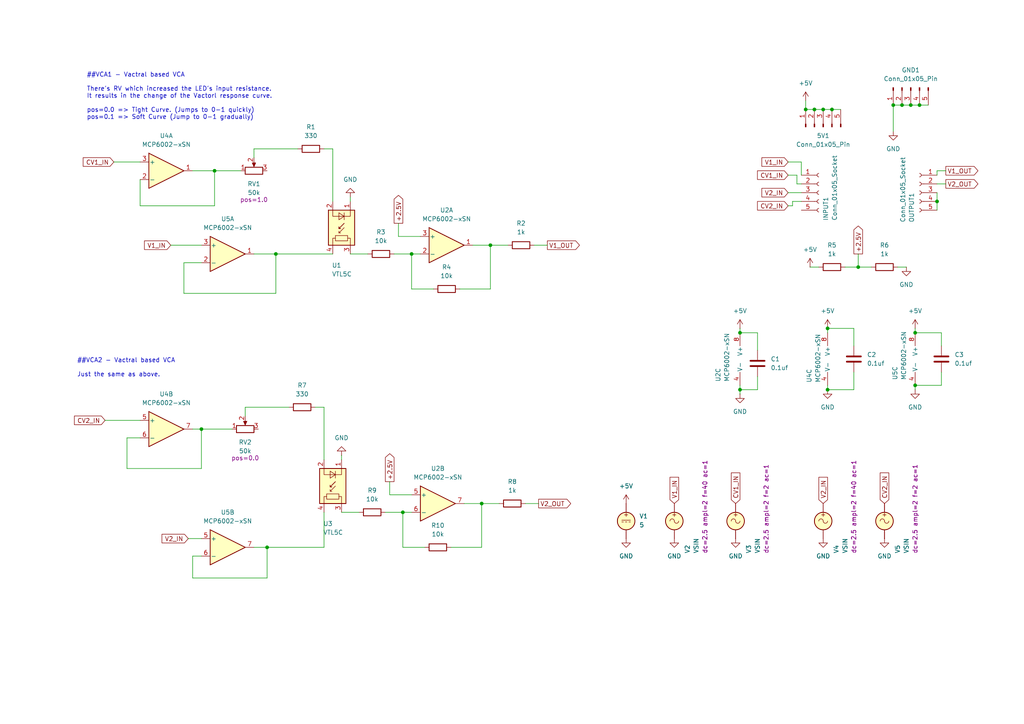
<source format=kicad_sch>
(kicad_sch (version 20231120) (generator "eeschema") (generator_version "8.0")
  (paper "A4")
  (lib_symbols
    (symbol "Amplifier_Operational:MCP6002-xSN" (pin_names (offset 0.127))
      (property "Reference" "U" (at 0 5.08 0))
      (property "Value" "MCP6002-xSN" (at 0 -5.08 0))
      (symbol "MCP6002-xSN_1_1"
        (polyline (pts (xy -5.08 5.08) (xy 5.08 0) (xy -5.08 -5.08) (xy -5.08 5.08)) (stroke (width 0.254)) (fill (type background)))
        (pin output line (at 7.62 0 180) (length 2.54) (name "~") (number "1"))
        (pin input line (at -7.62 -2.54 0) (length 2.54) (name "-") (number "2"))
        (pin input line (at -7.62 2.54 0) (length 2.54) (name "+") (number "3"))
      )
      (symbol "MCP6002-xSN_2_1"
        (polyline (pts (xy -5.08 5.08) (xy 5.08 0) (xy -5.08 -5.08) (xy -5.08 5.08)) (stroke (width 0.254)) (fill (type background)))
        (pin input line (at -7.62 2.54 0) (length 2.54) (name "+") (number "5"))
        (pin input line (at -7.62 -2.54 0) (length 2.54) (name "-") (number "6"))
        (pin output line (at 7.62 0 180) (length 2.54) (name "~") (number "7"))
      )
      (symbol "MCP6002-xSN_3_1"
        (pin power_in line (at -2.54 -7.62 90) (length 3.81) (name "V-") (number "4"))
        (pin power_in line (at -2.54 7.62 270) (length 3.81) (name "V+") (number "8"))
      )
    )
    (symbol "Connector:Conn_01x05_Pin" (pin_names (offset 1.016) hide)
      (property "Reference" "J" (at 0 7.62 0))
      (property "Value" "Conn_01x05_Pin" (at 0 -7.62 0))
      (symbol "Conn_01x05_Pin_1_1"
        (polyline (pts (xy 1.27 -5.08) (xy 0.8636 -5.08)) (stroke (width 0.1524)))
        (polyline (pts (xy 1.27 -2.54) (xy 0.8636 -2.54)) (stroke (width 0.1524)))
        (polyline (pts (xy 1.27 0) (xy 0.8636 0)) (stroke (width 0.1524)))
        (polyline (pts (xy 1.27 2.54) (xy 0.8636 2.54)) (stroke (width 0.1524)))
        (polyline (pts (xy 1.27 5.08) (xy 0.8636 5.08)) (stroke (width 0.1524)))
        (rectangle (start 0.8636 -4.953) (end 0 -5.207) (stroke (width 0.1524)) (fill (type outline)))
        (rectangle (start 0.8636 -2.413) (end 0 -2.667) (stroke (width 0.1524)) (fill (type outline)))
        (rectangle (start 0.8636 0.127) (end 0 -0.127) (stroke (width 0.1524)) (fill (type outline)))
        (rectangle (start 0.8636 2.667) (end 0 2.413) (stroke (width 0.1524)) (fill (type outline)))
        (rectangle (start 0.8636 5.207) (end 0 4.953) (stroke (width 0.1524)) (fill (type outline)))
        (pin passive line (at 5.08 5.08 180) (length 3.81) (name "Pin_1") (number "1"))
        (pin passive line (at 5.08 2.54 180) (length 3.81) (name "Pin_2") (number "2"))
        (pin passive line (at 5.08 0 180) (length 3.81) (name "Pin_3") (number "3"))
        (pin passive line (at 5.08 -2.54 180) (length 3.81) (name "Pin_4") (number "4"))
        (pin passive line (at 5.08 -5.08 180) (length 3.81) (name "Pin_5") (number "5"))
      )
    )
    (symbol "Connector:Conn_01x05_Socket" (pin_names (offset 1.016) hide)
      (property "Reference" "J" (at 0 7.62 0))
      (property "Value" "Conn_01x05_Socket" (at 0 -7.62 0))
      (symbol "Conn_01x05_Socket_1_1"
        (arc (start 0 -4.572) (mid -0.5058 -5.08) (end 0 -5.588) (stroke (width 0.1524)))
        (arc (start 0 -2.032) (mid -0.5058 -2.54) (end 0 -3.048) (stroke (width 0.1524)))
        (polyline (pts (xy -1.27 -5.08) (xy -0.508 -5.08)) (stroke (width 0.1524)))
        (polyline (pts (xy -1.27 -2.54) (xy -0.508 -2.54)) (stroke (width 0.1524)))
        (polyline (pts (xy -1.27 0) (xy -0.508 0)) (stroke (width 0.1524)))
        (polyline (pts (xy -1.27 2.54) (xy -0.508 2.54)) (stroke (width 0.1524)))
        (polyline (pts (xy -1.27 5.08) (xy -0.508 5.08)) (stroke (width 0.1524)))
        (arc (start 0 0.508) (mid -0.5058 0) (end 0 -0.508) (stroke (width 0.1524)))
        (arc (start 0 3.048) (mid -0.5058 2.54) (end 0 2.032) (stroke (width 0.1524)))
        (arc (start 0 5.588) (mid -0.5058 5.08) (end 0 4.572) (stroke (width 0.1524)))
        (pin passive line (at -5.08 5.08 0) (length 3.81) (name "Pin_1") (number "1"))
        (pin passive line (at -5.08 2.54 0) (length 3.81) (name "Pin_2") (number "2"))
        (pin passive line (at -5.08 0 0) (length 3.81) (name "Pin_3") (number "3"))
        (pin passive line (at -5.08 -2.54 0) (length 3.81) (name "Pin_4") (number "4"))
        (pin passive line (at -5.08 -5.08 0) (length 3.81) (name "Pin_5") (number "5"))
      )
    )
    (symbol "Device:C" (pin_numbers hide) (pin_names (offset 0.254))
      (property "Reference" "C" (at 0.635 2.54 0))
      (property "Value" "C" (at 0.635 -2.54 0))
      (symbol "C_0_1"
        (polyline (pts (xy -2.032 -0.762) (xy 2.032 -0.762)) (stroke (width 0.508)))
        (polyline (pts (xy -2.032 0.762) (xy 2.032 0.762)) (stroke (width 0.508)))
      )
      (symbol "C_1_1"
        (pin passive line (at 0 3.81 270) (length 2.794) (name "~") (number "1"))
        (pin passive line (at 0 -3.81 90) (length 2.794) (name "~") (number "2"))
      )
    )
    (symbol "Device:R" (pin_numbers hide) (pin_names (offset 0))
      (property "Reference" "R" (at 2.032 0 90))
      (property "Value" "R" (at 0 0 90))
      (symbol "R_0_1"
        (rectangle (start -1.016 -2.54) (end 1.016 2.54) (stroke (width 0.254)))
      )
      (symbol "R_1_1"
        (pin passive line (at 0 3.81 270) (length 1.27) (name "~") (number "1"))
        (pin passive line (at 0 -3.81 90) (length 1.27) (name "~") (number "2"))
      )
    )
    (symbol "Device:R_Potentiometer" (pin_names (offset 1.016) hide)
      (property "Reference" "RV" (at -4.445 0 90))
      (property "Value" "R_Potentiometer" (at -2.54 0 90))
      (symbol "R_Potentiometer_0_1"
        (polyline (pts (xy 2.54 0) (xy 1.524 0)))
        (polyline (pts (xy 1.143 0) (xy 2.286 0.508) (xy 2.286 -0.508) (xy 1.143 0)) (fill (type outline)))
        (rectangle (start 1.016 2.54) (end -1.016 -2.54) (stroke (width 0.254)))
      )
      (symbol "R_Potentiometer_1_1"
        (pin passive line (at 0 3.81 270) (length 1.27) (name "1") (number "1"))
        (pin passive line (at 3.81 0 180) (length 1.27) (name "2") (number "2"))
        (pin passive line (at 0 -3.81 90) (length 1.27) (name "3") (number "3"))
      )
    )
    (symbol "Isolator:VTL5C" (pin_names (offset 1.016) hide)
      (property "Reference" "U" (at 0 5.08 0))
      (property "Value" "VTL5C" (at 0 -5.08 0))
      (symbol "VTL5C_0_1"
        (rectangle (start -5.08 3.81) (end 5.08 -3.81) (stroke (width 0.254)) (fill (type background)))
        (polyline (pts (xy -4.318 0.762) (xy -2.286 0.762)))
        (polyline (pts (xy -1.27 0.762) (xy 0.254 -0.762)))
        (polyline (pts (xy -1.27 0.762) (xy 0.254 -0.762)))
        (polyline (pts (xy 0 0.762) (xy 1.524 -0.762)))
        (polyline (pts (xy 0.254 -0.254) (xy 0.254 -0.762) (xy -0.254 -0.762)))
        (polyline (pts (xy 0.254 -0.254) (xy 0.254 -0.762) (xy -0.254 -0.762)))
        (polyline (pts (xy 1.524 -0.254) (xy 1.524 -0.762) (xy 1.016 -0.762)))
        (polyline (pts (xy 3.048 -1.778) (xy 3.048 -2.54) (xy 5.08 -2.54)))
        (polyline (pts (xy 3.048 1.778) (xy 3.048 2.54) (xy 5.08 2.54)))
        (polyline (pts (xy -5.08 -2.54) (xy -3.302 -2.54) (xy -3.302 2.54) (xy -5.08 2.54)))
        (rectangle (start 2.286 1.778) (end 3.81 -1.778))
      )
      (symbol "VTL5C_1_1"
        (polyline (pts (xy -4.318 -0.762) (xy -3.302 0.762) (xy -2.286 -0.762) (xy -4.318 -0.762)))
        (pin passive line (at -7.62 2.54 0) (length 2.54) (name "-") (number "1"))
        (pin passive line (at -7.62 -2.54 0) (length 2.54) (name "+") (number "2"))
        (pin passive line (at 7.62 2.54 180) (length 2.54) (name "~") (number "3"))
        (pin passive line (at 7.62 -2.54 180) (length 2.54) (name "~") (number "4"))
      )
    )
    (symbol "Simulation_SPICE:VDC" (pin_numbers hide) (pin_names (offset 0.0254))
      (property "Reference" "V" (at 2.54 2.54 0))
      (property "Value" "1" (at 2.54 0 0))
      (symbol "VDC_0_0"
        (polyline (pts (xy -1.27 0.254) (xy 1.27 0.254)))
        (polyline (pts (xy -0.762 -0.254) (xy -1.27 -0.254)))
        (polyline (pts (xy 0.254 -0.254) (xy -0.254 -0.254)))
        (polyline (pts (xy 1.27 -0.254) (xy 0.762 -0.254)))
        (text "+" (at 0 1.905 0) (effects (font (size 1.27 1.27))))
      )
      (symbol "VDC_0_1"
        (circle (center 0 0) (radius 2.54) (stroke (width 0.254)) (fill (type background)))
      )
      (symbol "VDC_1_1"
        (pin passive line (at 0 5.08 270) (length 2.54) (name "~") (number "1"))
        (pin passive line (at 0 -5.08 90) (length 2.54) (name "~") (number "2"))
      )
    )
    (symbol "Simulation_SPICE:VSIN" (pin_numbers hide) (pin_names (offset 0.0254))
      (property "Reference" "V" (at 2.54 2.54 0))
      (property "Value" "VSIN" (at 2.54 0 0))
      (property "Sim.Params" "dc=0 ampl=1 f=1k ac=1" (at 2.54 -2.54 0))
      (symbol "VSIN_0_0"
        (arc (start 0 0) (mid -0.635 0.6323) (end -1.27 0))
        (arc (start 0 0) (mid 0.635 -0.6323) (end 1.27 0))
        (text "+" (at 0 1.905 0) (effects (font (size 1.27 1.27))))
      )
      (symbol "VSIN_0_1"
        (circle (center 0 0) (radius 2.54) (stroke (width 0.254)) (fill (type background)))
      )
      (symbol "VSIN_1_1"
        (pin passive line (at 0 5.08 270) (length 2.54) (name "~") (number "1"))
        (pin passive line (at 0 -5.08 90) (length 2.54) (name "~") (number "2"))
      )
    )
    (symbol "power:+5V" (power) (pin_numbers hide) (pin_names (offset 0) hide)
      (property "Value" "+5V" (at 0 3.556 0))
      (symbol "+5V_0_1"
        (polyline (pts (xy -0.762 1.27) (xy 0 2.54)))
        (polyline (pts (xy 0 0) (xy 0 2.54)))
        (polyline (pts (xy 0 2.54) (xy 0.762 1.27)))
      )
      (symbol "+5V_1_1"
        (pin power_in line (at 0 0 90) (length 0) (name "~") (number "1"))
      )
    )
    (symbol "power:GND" (power) (pin_numbers hide) (pin_names (offset 0) hide)
      (property "Value" "GND" (at 0 -3.81 0))
      (symbol "GND_0_1"
        (polyline (pts (xy 0 0) (xy 0 -1.27) (xy 1.27 -1.27) (xy 0 -2.54) (xy -1.27 -1.27) (xy 0 -1.27)))
      )
      (symbol "GND_1_1"
        (pin power_in line (at 0 0 270) (length 0) (name "~") (number "1"))
      )
    )
  )
  (junction (at 236.22 31.75))
  (junction (at 214.63 96.52))
  (junction (at 240.03 95.25))
  (junction (at 261.62 30.48))
  (junction (at 139.7 146.05))
  (junction (at 265.43 111.76))
  (junction (at 233.68 31.75))
  (junction (at 80.01 73.66))
  (junction (at 241.3 31.75))
  (junction (at 240.03 113.03))
  (junction (at 266.7 30.48))
  (junction (at 248.92 77.47))
  (junction (at 214.63 113.03))
  (junction (at 142.24 71.12))
  (junction (at 58.42 124.46))
  (junction (at 264.16 30.48))
  (junction (at 119.38 73.66))
  (junction (at 238.76 31.75))
  (junction (at 77.47 158.75))
  (junction (at 116.84 148.59))
  (junction (at 271.78 58.42))
  (junction (at 62.23 49.53))
  (junction (at 265.43 96.52))
  (junction (at 259.08 30.48))
  (wire (pts (xy 229.87 59.69) (xy 229.87 58.42)))
  (wire (pts (xy 228.6 55.88) (xy 232.41 55.88)))
  (wire (pts (xy 228.6 59.69) (xy 229.87 59.69)))
  (wire (pts (xy 116.84 148.59) (xy 119.38 148.59)))
  (wire (pts (xy 271.78 58.42) (xy 271.78 60.96)))
  (wire (pts (xy 123.19 158.75) (xy 116.84 158.75)))
  (wire (pts (xy 228.6 50.8) (xy 231.14 50.8)))
  (wire (pts (xy 130.81 158.75) (xy 139.7 158.75)))
  (wire (pts (xy 119.38 143.51) (xy 113.03 143.51)))
  (wire (pts (xy 114.3 73.66) (xy 119.38 73.66)))
  (wire (pts (xy 36.83 135.89) (xy 58.42 135.89)))
  (wire (pts (xy 241.3 31.75) (xy 243.84 31.75)))
  (wire (pts (xy 113.03 143.51) (xy 113.03 139.7)))
  (wire (pts (xy 247.65 107.95) (xy 247.65 113.03)))
  (wire (pts (xy 271.78 55.88) (xy 271.78 58.42)))
  (wire (pts (xy 219.71 101.6) (xy 219.71 96.52)))
  (wire (pts (xy 233.68 31.75) (xy 236.22 31.75)))
  (wire (pts (xy 55.88 124.46) (xy 58.42 124.46)))
  (wire (pts (xy 101.6 57.15) (xy 101.6 58.42)))
  (wire (pts (xy 93.98 118.11) (xy 93.98 133.35)))
  (wire (pts (xy 99.06 148.59) (xy 104.14 148.59)))
  (wire (pts (xy 40.64 59.69) (xy 40.64 52.07)))
  (wire (pts (xy 125.73 83.82) (xy 119.38 83.82)))
  (wire (pts (xy 49.53 71.12) (xy 58.42 71.12)))
  (wire (pts (xy 77.47 158.75) (xy 93.98 158.75)))
  (wire (pts (xy 101.6 73.66) (xy 106.68 73.66)))
  (wire (pts (xy 219.71 113.03) (xy 214.63 113.03)))
  (wire (pts (xy 73.66 45.72) (xy 73.66 43.18)))
  (wire (pts (xy 266.7 30.48) (xy 269.24 30.48)))
  (wire (pts (xy 248.92 73.66) (xy 248.92 77.47)))
  (wire (pts (xy 62.23 59.69) (xy 40.64 59.69)))
  (wire (pts (xy 248.92 77.47) (xy 252.73 77.47)))
  (wire (pts (xy 62.23 49.53) (xy 62.23 59.69)))
  (wire (pts (xy 80.01 73.66) (xy 96.52 73.66)))
  (wire (pts (xy 93.98 43.18) (xy 96.52 43.18)))
  (wire (pts (xy 96.52 43.18) (xy 96.52 58.42)))
  (wire (pts (xy 273.05 107.95) (xy 273.05 111.76)))
  (wire (pts (xy 238.76 31.75) (xy 241.3 31.75)))
  (wire (pts (xy 71.12 120.65) (xy 71.12 118.11)))
  (wire (pts (xy 53.34 85.09) (xy 53.34 76.2)))
  (wire (pts (xy 154.94 71.12) (xy 158.75 71.12)))
  (wire (pts (xy 219.71 109.22) (xy 219.71 113.03)))
  (wire (pts (xy 40.64 127) (xy 36.83 127)))
  (wire (pts (xy 265.43 95.25) (xy 265.43 96.52)))
  (wire (pts (xy 58.42 161.29) (xy 55.88 161.29)))
  (wire (pts (xy 259.08 30.48) (xy 261.62 30.48)))
  (wire (pts (xy 262.89 77.47) (xy 260.35 77.47)))
  (wire (pts (xy 80.01 73.66) (xy 80.01 85.09)))
  (wire (pts (xy 73.66 158.75) (xy 77.47 158.75)))
  (wire (pts (xy 147.32 71.12) (xy 142.24 71.12)))
  (wire (pts (xy 139.7 146.05) (xy 134.62 146.05)))
  (wire (pts (xy 36.83 127) (xy 36.83 135.89)))
  (wire (pts (xy 142.24 71.12) (xy 137.16 71.12)))
  (wire (pts (xy 214.63 113.03) (xy 214.63 111.76)))
  (wire (pts (xy 259.08 30.48) (xy 259.08 38.1)))
  (wire (pts (xy 234.95 77.47) (xy 237.49 77.47)))
  (wire (pts (xy 93.98 148.59) (xy 93.98 158.75)))
  (wire (pts (xy 233.68 31.75) (xy 233.68 29.21)))
  (wire (pts (xy 228.6 46.99) (xy 232.41 46.99)))
  (wire (pts (xy 62.23 49.53) (xy 69.85 49.53)))
  (wire (pts (xy 99.06 132.08) (xy 99.06 133.35)))
  (wire (pts (xy 115.57 68.58) (xy 115.57 64.77)))
  (wire (pts (xy 55.88 161.29) (xy 55.88 167.64)))
  (wire (pts (xy 273.05 96.52) (xy 265.43 96.52)))
  (wire (pts (xy 144.78 146.05) (xy 139.7 146.05)))
  (wire (pts (xy 247.65 113.03) (xy 240.03 113.03)))
  (wire (pts (xy 273.05 100.33) (xy 273.05 96.52)))
  (wire (pts (xy 264.16 30.48) (xy 266.7 30.48)))
  (wire (pts (xy 152.4 146.05) (xy 156.21 146.05)))
  (wire (pts (xy 265.43 113.03) (xy 265.43 111.76)))
  (wire (pts (xy 58.42 135.89) (xy 58.42 124.46)))
  (wire (pts (xy 214.63 95.25) (xy 214.63 96.52)))
  (wire (pts (xy 274.32 49.53) (xy 271.78 49.53)))
  (wire (pts (xy 274.32 53.34) (xy 271.78 53.34)))
  (wire (pts (xy 33.02 46.99) (xy 40.64 46.99)))
  (wire (pts (xy 80.01 85.09) (xy 53.34 85.09)))
  (wire (pts (xy 240.03 95.25) (xy 240.03 96.52)))
  (wire (pts (xy 139.7 158.75) (xy 139.7 146.05)))
  (wire (pts (xy 231.14 53.34) (xy 232.41 53.34)))
  (wire (pts (xy 111.76 148.59) (xy 116.84 148.59)))
  (wire (pts (xy 247.65 100.33) (xy 247.65 95.25)))
  (wire (pts (xy 231.14 50.8) (xy 231.14 53.34)))
  (wire (pts (xy 232.41 46.99) (xy 232.41 50.8)))
  (wire (pts (xy 236.22 31.75) (xy 238.76 31.75)))
  (wire (pts (xy 30.48 121.92) (xy 40.64 121.92)))
  (wire (pts (xy 142.24 83.82) (xy 142.24 71.12)))
  (wire (pts (xy 77.47 167.64) (xy 77.47 158.75)))
  (wire (pts (xy 119.38 73.66) (xy 121.92 73.66)))
  (wire (pts (xy 73.66 43.18) (xy 86.36 43.18)))
  (wire (pts (xy 247.65 95.25) (xy 240.03 95.25)))
  (wire (pts (xy 245.11 77.47) (xy 248.92 77.47)))
  (wire (pts (xy 119.38 83.82) (xy 119.38 73.66)))
  (wire (pts (xy 73.66 73.66) (xy 80.01 73.66)))
  (wire (pts (xy 273.05 111.76) (xy 265.43 111.76)))
  (wire (pts (xy 58.42 124.46) (xy 67.31 124.46)))
  (wire (pts (xy 271.78 49.53) (xy 271.78 50.8)))
  (wire (pts (xy 229.87 58.42) (xy 232.41 58.42)))
  (wire (pts (xy 219.71 96.52) (xy 214.63 96.52)))
  (wire (pts (xy 214.63 114.3) (xy 214.63 113.03)))
  (wire (pts (xy 240.03 113.03) (xy 240.03 111.76)))
  (wire (pts (xy 91.44 118.11) (xy 93.98 118.11)))
  (wire (pts (xy 53.34 76.2) (xy 58.42 76.2)))
  (wire (pts (xy 116.84 158.75) (xy 116.84 148.59)))
  (wire (pts (xy 121.92 68.58) (xy 115.57 68.58)))
  (wire (pts (xy 55.88 49.53) (xy 62.23 49.53)))
  (wire (pts (xy 54.61 156.21) (xy 58.42 156.21)))
  (wire (pts (xy 71.12 118.11) (xy 83.82 118.11)))
  (wire (pts (xy 55.88 167.64) (xy 77.47 167.64)))
  (wire (pts (xy 133.35 83.82) (xy 142.24 83.82)))
  (wire (pts (xy 261.62 30.48) (xy 264.16 30.48)))
  (text "##VCA2 - Vactral based VCA\n\nJust the same as above." (at 22.352 106.68 0) (effects (font (size 1.27 1.27)) (justify left)))
  (text "##VCA1 - Vactral based VCA\n\nThere's RV which increased the LED's input resistance.\nIt results in the change of the Vactorl response curve.\n\npos=0.0 => Tight Curve. (Jumps to 0-1 quickly)\npos=0.1 => Soft Curve (Jump to 0-1 gradually)" (at 25.146 27.94 0) (effects (font (size 1.27 1.27)) (justify left)))
  (global_label "CV2_IN" (shape input) (at 30.48 121.92 180) (property "Intersheetrefs" "${INTERSHEET_REFS}" (effects (hide yes))))
  (global_label "V1_OUT" (shape output) (at 274.32 49.53 0) (property "Intersheetrefs" "${INTERSHEET_REFS}" (effects (hide yes))))
  (global_label "CV1_IN" (shape input) (at 213.36 146.05 90) (property "Intersheetrefs" "${INTERSHEET_REFS}" (effects (hide yes))))
  (global_label "V2_IN" (shape input) (at 54.61 156.21 180) (property "Intersheetrefs" "${INTERSHEET_REFS}" (effects (hide yes))))
  (global_label "V1_IN" (shape input) (at 195.58 146.05 90) (property "Intersheetrefs" "${INTERSHEET_REFS}" (effects (hide yes))))
  (global_label "V2_OUT" (shape output) (at 274.32 53.34 0) (property "Intersheetrefs" "${INTERSHEET_REFS}" (effects (hide yes))))
  (global_label "CV2_IN" (shape input) (at 228.6 59.69 180) (property "Intersheetrefs" "${INTERSHEET_REFS}" (effects (hide yes))))
  (global_label "V1_IN" (shape input) (at 49.53 71.12 180) (property "Intersheetrefs" "${INTERSHEET_REFS}" (effects (hide yes))))
  (global_label "CV1_IN" (shape input) (at 33.02 46.99 180) (property "Intersheetrefs" "${INTERSHEET_REFS}" (effects (hide yes))))
  (global_label "V2_IN" (shape input) (at 238.76 146.05 90) (property "Intersheetrefs" "${INTERSHEET_REFS}" (effects (hide yes))))
  (global_label "CV2_IN" (shape input) (at 256.54 146.05 90) (property "Intersheetrefs" "${INTERSHEET_REFS}" (effects (hide yes))))
  (global_label "CV1_IN" (shape input) (at 228.6 50.8 180) (property "Intersheetrefs" "${INTERSHEET_REFS}" (effects (hide yes))))
  (global_label "+2.5V" (shape output) (at 115.57 64.77 90) (property "Intersheetrefs" "${INTERSHEET_REFS}" (effects (hide yes))))
  (global_label "V1_IN" (shape input) (at 228.6 46.99 180) (property "Intersheetrefs" "${INTERSHEET_REFS}" (effects (hide yes))))
  (global_label "V1_OUT" (shape output) (at 158.75 71.12 0) (property "Intersheetrefs" "${INTERSHEET_REFS}" (effects (hide yes))))
  (global_label "V2_OUT" (shape output) (at 156.21 146.05 0) (property "Intersheetrefs" "${INTERSHEET_REFS}" (effects (hide yes))))
  (global_label "+2.5V" (shape output) (at 113.03 139.7 90) (property "Intersheetrefs" "${INTERSHEET_REFS}" (effects (hide yes))))
  (global_label "+2.5V" (shape output) (at 248.92 73.66 90) (property "Intersheetrefs" "${INTERSHEET_REFS}" (effects (hide yes))))
  (global_label "V2_IN" (shape input) (at 228.6 55.88 180) (property "Intersheetrefs" "${INTERSHEET_REFS}" (effects (hide yes))))
  (symbol (lib_id "Device:R") (at 110.49 73.66 90) (unit 1)
    (property "Reference" "R3" (at 110.49 67.31 90))
    (property "Value" "10k" (at 110.49 69.85 90))
    (property "Description" "Resistor" (effects (hide yes)))
  )
  (symbol (lib_id "Device:R") (at 241.3 77.47 90) (unit 1)
    (property "Reference" "R5" (at 241.3 71.12 90))
    (property "Value" "1k" (at 241.3 73.66 90))
    (property "Description" "Resistor" (effects (hide yes)))
  )
  (symbol (lib_id "Simulation_SPICE:VDC") (at 181.61 151.13 0) (unit 1) (on_board no)
    (property "Reference" "V1" (at 185.42 149.7301 0) (effects (justify left)))
    (property "Value" "5" (at 185.42 152.2701 0) (effects (justify left)))
    (property "Datasheet" "https://ngspice.sourceforge.io/docs/ngspice-html-manual/manual.xhtml#sec_Independent_Sources_for" (effects (hide yes)))
    (property "Description" "Voltage source, DC" (effects (hide yes)))
    (property "Sim.Pins" "1=+ 2=-" (effects (hide yes)))
    (property "Sim.Type" "DC" (effects (hide yes)))
    (property "Sim.Device" "V" (effects (hide yes)))
  )
  (symbol (lib_id "Device:C") (at 219.71 105.41 0) (unit 1)
    (property "Reference" "C1" (at 223.52 104.1399 0) (effects (justify left)))
    (property "Value" "0.1uf" (at 223.52 106.6799 0) (effects (justify left)))
    (property "Description" "Unpolarized capacitor" (effects (hide yes)))
  )
  (symbol (lib_id "Simulation_SPICE:VSIN") (at 238.76 151.13 0) (unit 1) (on_board no)
    (property "Reference" "V4" (at 242.57 160.528 90) (effects (justify left)))
    (property "Value" "VSIN" (at 245.11 160.528 90) (effects (justify left)))
    (property "Datasheet" "https://ngspice.sourceforge.io/docs/ngspice-html-manual/manual.xhtml#sec_Independent_Sources_for" (effects (hide yes)))
    (property "Description" "Voltage source, sinusoidal" (effects (hide yes)))
    (property "Sim.Pins" "1=+ 2=-" (effects (hide yes)))
    (property "Sim.Params" "dc=2.5 ampl=2 f=40 ac=1" (at 247.65 160.528 90) (effects (justify left)))
    (property "Sim.Type" "SIN" (effects (hide yes)))
    (property "Sim.Device" "V" (effects (hide yes)))
  )
  (symbol (lib_id "Connector:Conn_01x05_Pin") (at 238.76 36.83 90) (unit 1) (exclude_from_sim yes)
    (property "Reference" "5V1" (at 238.76 39.37 90))
    (property "Value" "Conn_01x05_Pin" (at 238.76 41.91 90))
    (property "Footprint" "Connector_PinHeader_2.54mm:PinHeader_1x05_P2.54mm_Vertical" (effects (hide yes)))
    (property "Description" "Generic connector, single row, 01x05, script generated" (effects (hide yes)))
  )
  (symbol (lib_id "power:+5V") (at 181.61 146.05 0) (unit 1)
    (property "Reference" "#PWR09" (effects (hide yes)))
    (property "Value" "+5V" (at 181.61 140.97 0))
    (property "Description" "Power symbol creates a global label with name \"+5V\"" (effects (hide yes)))
  )
  (symbol (lib_id "Simulation_SPICE:VSIN") (at 213.36 151.13 0) (unit 1) (on_board no)
    (property "Reference" "V3" (at 217.17 160.528 90) (effects (justify left)))
    (property "Value" "VSIN" (at 219.71 160.528 90) (effects (justify left)))
    (property "Datasheet" "https://ngspice.sourceforge.io/docs/ngspice-html-manual/manual.xhtml#sec_Independent_Sources_for" (effects (hide yes)))
    (property "Description" "Voltage source, sinusoidal" (effects (hide yes)))
    (property "Sim.Pins" "1=+ 2=-" (effects (hide yes)))
    (property "Sim.Params" "dc=2.5 ampl=2 f=2 ac=1" (at 222.25 160.528 90) (effects (justify left)))
    (property "Sim.Type" "SIN" (effects (hide yes)))
    (property "Sim.Device" "V" (effects (hide yes)))
  )
  (symbol (lib_id "Device:R") (at 127 158.75 90) (unit 1)
    (property "Reference" "R10" (at 127 152.4 90))
    (property "Value" "10k" (at 127 154.94 90))
    (property "Description" "Resistor" (effects (hide yes)))
  )
  (symbol (lib_id "power:+5V") (at 214.63 95.25 0) (unit 1)
    (property "Reference" "#PWR06" (effects (hide yes)))
    (property "Value" "+5V" (at 214.63 90.17 0))
    (property "Description" "Power symbol creates a global label with name \"+5V\"" (effects (hide yes)))
  )
  (symbol (lib_id "Isolator:VTL5C") (at 99.06 66.04 270) (unit 1)
    (property "Reference" "U1" (at 96.266 76.962 90) (effects (justify left)))
    (property "Value" "VTL5C" (at 96.266 79.502 90) (effects (justify left)))
    (property "Footprint" "OptoDevice:PerkinElmer_VTL5C" (effects (hide yes)))
    (property "Datasheet" "http://www.qsl.net/wa1ion/vactrol/vactrol.pdf" (effects (hide yes)))
    (property "Description" "Low Cost Axial Vactrols" (effects (hide yes)))
    (property "Sim.Library" "/Users/arunoda/data/projects/kicad-splice-models/VTL5C.lib" (effects (hide yes)))
    (property "Sim.Name" "VTL5C" (effects (hide yes)))
    (property "Sim.Device" "SUBCKT" (effects (hide yes)))
    (property "Sim.Pins" "1=2 2=1 3=3 4=4" (effects (hide yes)))
  )
  (symbol (lib_id "Simulation_SPICE:VSIN") (at 195.58 151.13 0) (unit 1) (on_board no)
    (property "Reference" "V2" (at 199.39 160.528 90) (effects (justify left)))
    (property "Value" "VSIN" (at 201.93 160.528 90) (effects (justify left)))
    (property "Datasheet" "https://ngspice.sourceforge.io/docs/ngspice-html-manual/manual.xhtml#sec_Independent_Sources_for" (effects (hide yes)))
    (property "Description" "Voltage source, sinusoidal" (effects (hide yes)))
    (property "Sim.Pins" "1=+ 2=-" (effects (hide yes)))
    (property "Sim.Params" "dc=2.5 ampl=2 f=40 ac=1" (at 204.47 160.528 90) (effects (justify left)))
    (property "Sim.Type" "SIN" (effects (hide yes)))
    (property "Sim.Device" "V" (effects (hide yes)))
  )
  (symbol (lib_id "power:+5V") (at 233.68 29.21 0) (unit 1)
    (property "Reference" "#PWR01" (effects (hide yes)))
    (property "Value" "+5V" (at 233.68 24.13 0))
    (property "Description" "Power symbol creates a global label with name \"+5V\"" (effects (hide yes)))
  )
  (symbol (lib_id "power:GND") (at 259.08 38.1 0) (unit 1)
    (property "Reference" "#PWR02" (effects (hide yes)))
    (property "Value" "GND" (at 259.08 43.18 0))
    (property "Description" "Power symbol creates a global label with name \"GND\" , ground" (effects (hide yes)))
  )
  (symbol (lib_id "Amplifier_Operational:MCP6002-xSN") (at 217.17 104.14 0) (unit 3)
    (property "Reference" "U2" (at 208.28 110.744 90) (effects (justify left)))
    (property "Value" "MCP6002-xSN" (at 210.82 110.744 90) (effects (justify left)))
    (property "Datasheet" "http://ww1.microchip.com/downloads/en/DeviceDoc/21733j.pdf" (effects (hide yes)))
    (property "Description" "1MHz, Low-Power Op Amp, SOIC-8" (effects (hide yes)))
    (property "Sim.Library" "${KICAD8_SYMBOL_DIR}/Simulation_SPICE.sp" (effects (hide yes)))
    (property "Sim.Name" "kicad_builtin_opamp_dual" (effects (hide yes)))
    (property "Sim.Device" "SUBCKT" (effects (hide yes)))
    (property "Sim.Pins" "1=out1 2=in1- 3=in1+ 4=vee 5=in2+ 6=in2- 7=out2 8=vcc" (effects (hide yes)))
  )
  (symbol (lib_id "power:GND") (at 99.06 132.08 180) (unit 1)
    (property "Reference" "#PWR07" (effects (hide yes)))
    (property "Value" "GND" (at 99.06 127 0))
    (property "Description" "Power symbol creates a global label with name \"GND\" , ground" (effects (hide yes)))
  )
  (symbol (lib_id "power:GND") (at 256.54 156.21 0) (unit 1)
    (property "Reference" "#PWR014" (effects (hide yes)))
    (property "Value" "GND" (at 256.54 161.29 0))
    (property "Description" "Power symbol creates a global label with name \"GND\" , ground" (effects (hide yes)))
  )
  (symbol (lib_id "power:GND") (at 195.58 156.21 0) (unit 1)
    (property "Reference" "#PWR011" (effects (hide yes)))
    (property "Value" "GND" (at 195.58 161.29 0))
    (property "Description" "Power symbol creates a global label with name \"GND\" , ground" (effects (hide yes)))
  )
  (symbol (lib_id "Device:R") (at 129.54 83.82 90) (unit 1)
    (property "Reference" "R4" (at 129.54 77.47 90))
    (property "Value" "10k" (at 129.54 80.01 90))
    (property "Description" "Resistor" (effects (hide yes)))
  )
  (symbol (lib_id "Device:R") (at 107.95 148.59 90) (unit 1)
    (property "Reference" "R9" (at 107.95 142.24 90))
    (property "Value" "10k" (at 107.95 144.78 90))
    (property "Description" "Resistor" (effects (hide yes)))
  )
  (symbol (lib_id "power:GND") (at 181.61 156.21 0) (unit 1)
    (property "Reference" "#PWR010" (effects (hide yes)))
    (property "Value" "GND" (at 181.61 161.29 0))
    (property "Description" "Power symbol creates a global label with name \"GND\" , ground" (effects (hide yes)))
  )
  (symbol (lib_id "power:GND") (at 265.43 113.03 0) (unit 1)
    (property "Reference" "#PWR017" (effects (hide yes)))
    (property "Value" "GND" (at 265.43 118.11 0))
    (property "Description" "Power symbol creates a global label with name \"GND\" , ground" (effects (hide yes)))
  )
  (symbol (lib_id "Amplifier_Operational:MCP6002-xSN") (at 267.97 104.14 0) (unit 3)
    (property "Reference" "U5" (at 259.588 110.236 90) (effects (justify left)))
    (property "Value" "MCP6002-xSN" (at 262.128 110.236 90) (effects (justify left)))
    (property "Datasheet" "http://ww1.microchip.com/downloads/en/DeviceDoc/21733j.pdf" (effects (hide yes)))
    (property "Description" "1MHz, Low-Power Op Amp, SOIC-8" (effects (hide yes)))
    (property "Sim.Library" "${KICAD8_SYMBOL_DIR}/Simulation_SPICE.sp" (effects (hide yes)))
    (property "Sim.Name" "kicad_builtin_opamp_dual" (effects (hide yes)))
    (property "Sim.Device" "SUBCKT" (effects (hide yes)))
    (property "Sim.Pins" "1=out1 2=in1- 3=in1+ 4=vee 5=in2+ 6=in2- 7=out2 8=vcc" (effects (hide yes)))
  )
  (symbol (lib_id "Amplifier_Operational:MCP6002-xSN") (at 66.04 73.66 0) (unit 1)
    (property "Reference" "U5" (at 66.04 63.5 0))
    (property "Value" "MCP6002-xSN" (at 66.04 66.04 0))
    (property "Datasheet" "http://ww1.microchip.com/downloads/en/DeviceDoc/21733j.pdf" (effects (hide yes)))
    (property "Description" "1MHz, Low-Power Op Amp, SOIC-8" (effects (hide yes)))
    (property "Sim.Library" "${KICAD8_SYMBOL_DIR}/Simulation_SPICE.sp" (effects (hide yes)))
    (property "Sim.Name" "kicad_builtin_opamp_dual" (effects (hide yes)))
    (property "Sim.Device" "SUBCKT" (effects (hide yes)))
    (property "Sim.Pins" "1=out1 2=in1- 3=in1+ 4=vee 5=in2+ 6=in2- 7=out2 8=vcc" (effects (hide yes)))
  )
  (symbol (lib_id "power:GND") (at 213.36 156.21 0) (unit 1)
    (property "Reference" "#PWR012" (effects (hide yes)))
    (property "Value" "GND" (at 213.36 161.29 0))
    (property "Description" "Power symbol creates a global label with name \"GND\" , ground" (effects (hide yes)))
  )
  (symbol (lib_id "Device:C") (at 247.65 104.14 0) (unit 1)
    (property "Reference" "C2" (at 251.46 102.8699 0) (effects (justify left)))
    (property "Value" "0.1uf" (at 251.46 105.4099 0) (effects (justify left)))
    (property "Description" "Unpolarized capacitor" (effects (hide yes)))
  )
  (symbol (lib_id "Device:R") (at 90.17 43.18 90) (unit 1)
    (property "Reference" "R1" (at 90.17 36.83 90))
    (property "Value" "330" (at 90.17 39.37 90))
    (property "Description" "Resistor" (effects (hide yes)))
  )
  (symbol (lib_id "power:+5V") (at 240.03 95.25 0) (unit 1)
    (property "Reference" "#PWR015" (effects (hide yes)))
    (property "Value" "+5V" (at 240.03 90.17 0))
    (property "Description" "Power symbol creates a global label with name \"+5V\"" (effects (hide yes)))
  )
  (symbol (lib_id "power:GND") (at 214.63 114.3 0) (unit 1)
    (property "Reference" "#PWR08" (effects (hide yes)))
    (property "Value" "GND" (at 214.63 119.38 0))
    (property "Description" "Power symbol creates a global label with name \"GND\" , ground" (effects (hide yes)))
  )
  (symbol (lib_id "Device:R_Potentiometer") (at 73.66 49.53 90) (unit 1)
    (property "Reference" "RV1" (at 73.66 53.34 90))
    (property "Value" "50k" (at 73.66 55.88 90))
    (property "Description" "Potentiometer" (effects (hide yes)))
    (property "Sim.Device" "R" (effects (hide yes)))
    (property "Sim.Type" "POT" (effects (hide yes)))
    (property "Sim.Pins" "1=r0 2=wiper 3=r1" (effects (hide yes)))
    (property "Sim.Params" "pos=1.0" (at 73.66 57.912 90))
  )
  (symbol (lib_id "Connector:Conn_01x05_Socket") (at 266.7 55.88 0) (mirror y) (unit 1) (exclude_from_sim yes)
    (property "Reference" "OUTPUT1" (at 264.414 64.516 90) (effects (justify left)))
    (property "Value" "Conn_01x05_Socket" (at 261.874 64.516 90) (effects (justify left)))
    (property "Footprint" "Connector_PinSocket_2.54mm:PinSocket_1x05_P2.54mm_Vertical" (effects (hide yes)))
    (property "Description" "Generic connector, single row, 01x05, script generated" (effects (hide yes)))
  )
  (symbol (lib_id "Device:R_Potentiometer") (at 71.12 124.46 90) (unit 1)
    (property "Reference" "RV2" (at 71.12 128.27 90))
    (property "Value" "50k" (at 71.12 130.81 90))
    (property "Description" "Potentiometer" (effects (hide yes)))
    (property "Sim.Device" "R" (effects (hide yes)))
    (property "Sim.Type" "POT" (effects (hide yes)))
    (property "Sim.Pins" "1=r0 2=wiper 3=r1" (effects (hide yes)))
    (property "Sim.Params" "pos=0.0" (at 71.12 132.842 90))
  )
  (symbol (lib_id "Device:R") (at 148.59 146.05 90) (unit 1)
    (property "Reference" "R8" (at 148.59 139.7 90))
    (property "Value" "1k" (at 148.59 142.24 90))
    (property "Description" "Resistor" (effects (hide yes)))
  )
  (symbol (lib_id "Amplifier_Operational:MCP6002-xSN") (at 129.54 71.12 0) (unit 1)
    (property "Reference" "U2" (at 129.54 60.96 0))
    (property "Value" "MCP6002-xSN" (at 129.54 63.5 0))
    (property "Datasheet" "http://ww1.microchip.com/downloads/en/DeviceDoc/21733j.pdf" (effects (hide yes)))
    (property "Description" "1MHz, Low-Power Op Amp, SOIC-8" (effects (hide yes)))
    (property "Sim.Library" "${KICAD8_SYMBOL_DIR}/Simulation_SPICE.sp" (effects (hide yes)))
    (property "Sim.Name" "kicad_builtin_opamp_dual" (effects (hide yes)))
    (property "Sim.Device" "SUBCKT" (effects (hide yes)))
    (property "Sim.Pins" "1=out1 2=in1- 3=in1+ 4=vee 5=in2+ 6=in2- 7=out2 8=vcc" (effects (hide yes)))
  )
  (symbol (lib_id "power:GND") (at 262.89 77.47 0) (unit 1)
    (property "Reference" "#PWR05" (effects (hide yes)))
    (property "Value" "GND" (at 262.89 82.55 0))
    (property "Description" "Power symbol creates a global label with name \"GND\" , ground" (effects (hide yes)))
  )
  (symbol (lib_id "power:GND") (at 238.76 156.21 0) (unit 1)
    (property "Reference" "#PWR013" (effects (hide yes)))
    (property "Value" "GND" (at 238.76 161.29 0))
    (property "Description" "Power symbol creates a global label with name \"GND\" , ground" (effects (hide yes)))
  )
  (symbol (lib_id "power:GND") (at 240.03 113.03 0) (unit 1)
    (property "Reference" "#PWR016" (effects (hide yes)))
    (property "Value" "GND" (at 240.03 118.11 0))
    (property "Description" "Power symbol creates a global label with name \"GND\" , ground" (effects (hide yes)))
  )
  (symbol (lib_id "Device:R") (at 256.54 77.47 90) (unit 1)
    (property "Reference" "R6" (at 256.54 71.12 90))
    (property "Value" "1k" (at 256.54 73.66 90))
    (property "Description" "Resistor" (effects (hide yes)))
  )
  (symbol (lib_id "Amplifier_Operational:MCP6002-xSN") (at 48.26 124.46 0) (unit 2)
    (property "Reference" "U4" (at 48.26 114.3 0))
    (property "Value" "MCP6002-xSN" (at 48.26 116.84 0))
    (property "Datasheet" "http://ww1.microchip.com/downloads/en/DeviceDoc/21733j.pdf" (effects (hide yes)))
    (property "Description" "1MHz, Low-Power Op Amp, SOIC-8" (effects (hide yes)))
    (property "Sim.Library" "${KICAD8_SYMBOL_DIR}/Simulation_SPICE.sp" (effects (hide yes)))
    (property "Sim.Name" "kicad_builtin_opamp_dual" (effects (hide yes)))
    (property "Sim.Device" "SUBCKT" (effects (hide yes)))
    (property "Sim.Pins" "1=out1 2=in1- 3=in1+ 4=vee 5=in2+ 6=in2- 7=out2 8=vcc" (effects (hide yes)))
  )
  (symbol (lib_id "Amplifier_Operational:MCP6002-xSN") (at 242.57 104.14 0) (unit 3)
    (property "Reference" "U4" (at 234.696 110.998 90) (effects (justify left)))
    (property "Value" "MCP6002-xSN" (at 237.236 110.998 90) (effects (justify left)))
    (property "Datasheet" "http://ww1.microchip.com/downloads/en/DeviceDoc/21733j.pdf" (effects (hide yes)))
    (property "Description" "1MHz, Low-Power Op Amp, SOIC-8" (effects (hide yes)))
    (property "Sim.Library" "${KICAD8_SYMBOL_DIR}/Simulation_SPICE.sp" (effects (hide yes)))
    (property "Sim.Name" "kicad_builtin_opamp_dual" (effects (hide yes)))
    (property "Sim.Device" "SUBCKT" (effects (hide yes)))
    (property "Sim.Pins" "1=out1 2=in1- 3=in1+ 4=vee 5=in2+ 6=in2- 7=out2 8=vcc" (effects (hide yes)))
  )
  (symbol (lib_id "Connector:Conn_01x05_Socket") (at 237.49 55.88 0) (unit 1) (exclude_from_sim yes)
    (property "Reference" "INPUT1" (at 239.522 64.008 90) (effects (justify left)))
    (property "Value" "Conn_01x05_Socket" (at 242.062 64.008 90) (effects (justify left)))
    (property "Footprint" "Connector_PinSocket_2.54mm:PinSocket_1x05_P2.54mm_Vertical" (effects (hide yes)))
    (property "Description" "Generic connector, single row, 01x05, script generated" (effects (hide yes)))
  )
  (symbol (lib_id "Device:R") (at 151.13 71.12 90) (unit 1)
    (property "Reference" "R2" (at 151.13 64.77 90))
    (property "Value" "1k" (at 151.13 67.31 90))
    (property "Description" "Resistor" (effects (hide yes)))
  )
  (symbol (lib_id "Amplifier_Operational:MCP6002-xSN") (at 48.26 49.53 0) (unit 1)
    (property "Reference" "U4" (at 48.26 39.37 0))
    (property "Value" "MCP6002-xSN" (at 48.26 41.91 0))
    (property "Datasheet" "http://ww1.microchip.com/downloads/en/DeviceDoc/21733j.pdf" (effects (hide yes)))
    (property "Description" "1MHz, Low-Power Op Amp, SOIC-8" (effects (hide yes)))
    (property "Sim.Library" "${KICAD8_SYMBOL_DIR}/Simulation_SPICE.sp" (effects (hide yes)))
    (property "Sim.Name" "kicad_builtin_opamp_dual" (effects (hide yes)))
    (property "Sim.Device" "SUBCKT" (effects (hide yes)))
    (property "Sim.Pins" "1=out1 2=in1- 3=in1+ 4=vee 5=in2+ 6=in2- 7=out2 8=vcc" (effects (hide yes)))
  )
  (symbol (lib_id "Device:R") (at 87.63 118.11 90) (unit 1)
    (property "Reference" "R7" (at 87.63 111.76 90))
    (property "Value" "330" (at 87.63 114.3 90))
    (property "Description" "Resistor" (effects (hide yes)))
  )
  (symbol (lib_id "Isolator:VTL5C") (at 96.52 140.97 270) (unit 1)
    (property "Reference" "U3" (at 93.726 151.892 90) (effects (justify left)))
    (property "Value" "VTL5C" (at 93.726 154.432 90) (effects (justify left)))
    (property "Footprint" "OptoDevice:PerkinElmer_VTL5C" (effects (hide yes)))
    (property "Datasheet" "http://www.qsl.net/wa1ion/vactrol/vactrol.pdf" (effects (hide yes)))
    (property "Description" "Low Cost Axial Vactrols" (effects (hide yes)))
    (property "Sim.Library" "/Users/arunoda/data/projects/kicad-splice-models/VTL5C.lib" (effects (hide yes)))
    (property "Sim.Name" "VTL5C" (effects (hide yes)))
    (property "Sim.Device" "SUBCKT" (effects (hide yes)))
    (property "Sim.Pins" "1=2 2=1 3=3 4=4" (effects (hide yes)))
  )
  (symbol (lib_id "Amplifier_Operational:MCP6002-xSN") (at 66.04 158.75 0) (unit 2)
    (property "Reference" "U5" (at 66.04 148.59 0))
    (property "Value" "MCP6002-xSN" (at 66.04 151.13 0))
    (property "Datasheet" "http://ww1.microchip.com/downloads/en/DeviceDoc/21733j.pdf" (effects (hide yes)))
    (property "Description" "1MHz, Low-Power Op Amp, SOIC-8" (effects (hide yes)))
    (property "Sim.Library" "${KICAD8_SYMBOL_DIR}/Simulation_SPICE.sp" (effects (hide yes)))
    (property "Sim.Name" "kicad_builtin_opamp_dual" (effects (hide yes)))
    (property "Sim.Device" "SUBCKT" (effects (hide yes)))
    (property "Sim.Pins" "1=out1 2=in1- 3=in1+ 4=vee 5=in2+ 6=in2- 7=out2 8=vcc" (effects (hide yes)))
  )
  (symbol (lib_id "power:+5V") (at 265.43 95.25 0) (unit 1)
    (property "Reference" "#PWR018" (effects (hide yes)))
    (property "Value" "+5V" (at 265.43 90.17 0))
    (property "Description" "Power symbol creates a global label with name \"+5V\"" (effects (hide yes)))
  )
  (symbol (lib_id "Device:C") (at 273.05 104.14 0) (unit 1)
    (property "Reference" "C3" (at 276.86 102.8699 0) (effects (justify left)))
    (property "Value" "0.1uf" (at 276.86 105.4099 0) (effects (justify left)))
    (property "Description" "Unpolarized capacitor" (effects (hide yes)))
  )
  (symbol (lib_id "Connector:Conn_01x05_Pin") (at 264.16 25.4 90) (mirror x) (unit 1) (exclude_from_sim yes)
    (property "Reference" "GND1" (at 264.16 20.32 90))
    (property "Value" "Conn_01x05_Pin" (at 264.16 22.86 90))
    (property "Footprint" "Connector_PinHeader_2.54mm:PinHeader_1x05_P2.54mm_Vertical" (effects (hide yes)))
    (property "Description" "Generic connector, single row, 01x05, script generated" (effects (hide yes)))
  )
  (symbol (lib_id "Simulation_SPICE:VSIN") (at 256.54 151.13 0) (unit 1) (on_board no)
    (property "Reference" "V5" (at 260.35 160.528 90) (effects (justify left)))
    (property "Value" "VSIN" (at 262.89 160.528 90) (effects (justify left)))
    (property "Datasheet" "https://ngspice.sourceforge.io/docs/ngspice-html-manual/manual.xhtml#sec_Independent_Sources_for" (effects (hide yes)))
    (property "Description" "Voltage source, sinusoidal" (effects (hide yes)))
    (property "Sim.Pins" "1=+ 2=-" (effects (hide yes)))
    (property "Sim.Params" "dc=2.5 ampl=2 f=2 ac=1" (at 265.43 160.528 90) (effects (justify left)))
    (property "Sim.Type" "SIN" (effects (hide yes)))
    (property "Sim.Device" "V" (effects (hide yes)))
  )
  (symbol (lib_id "power:+5V") (at 234.95 77.47 0) (unit 1)
    (property "Reference" "#PWR04" (effects (hide yes)))
    (property "Value" "+5V" (at 234.95 72.39 0))
    (property "Description" "Power symbol creates a global label with name \"+5V\"" (effects (hide yes)))
  )
  (symbol (lib_id "Amplifier_Operational:MCP6002-xSN") (at 127 146.05 0) (unit 2)
    (property "Reference" "U2" (at 127 135.89 0))
    (property "Value" "MCP6002-xSN" (at 127 138.43 0))
    (property "Datasheet" "http://ww1.microchip.com/downloads/en/DeviceDoc/21733j.pdf" (effects (hide yes)))
    (property "Description" "1MHz, Low-Power Op Amp, SOIC-8" (effects (hide yes)))
    (property "Sim.Library" "${KICAD8_SYMBOL_DIR}/Simulation_SPICE.sp" (effects (hide yes)))
    (property "Sim.Name" "kicad_builtin_opamp_dual" (effects (hide yes)))
    (property "Sim.Device" "SUBCKT" (effects (hide yes)))
    (property "Sim.Pins" "1=out1 2=in1- 3=in1+ 4=vee 5=in2+ 6=in2- 7=out2 8=vcc" (effects (hide yes)))
  )
  (symbol (lib_id "power:GND") (at 101.6 57.15 180) (unit 1)
    (property "Reference" "#PWR03" (effects (hide yes)))
    (property "Value" "GND" (at 101.6 52.07 0))
    (property "Description" "Power symbol creates a global label with name \"GND\" , ground" (effects (hide yes)))
  )
)
</source>
